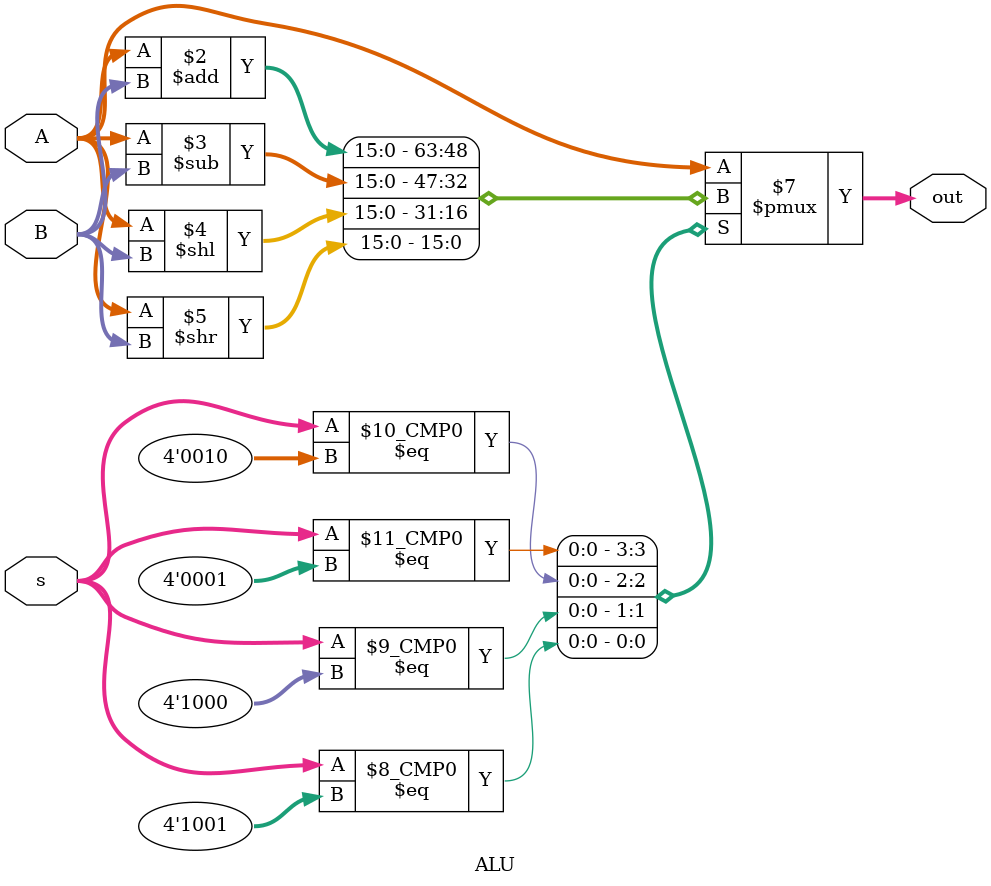
<source format=sv>
`timescale 1ns / 1ps


module ALU(
    input logic [15:0] A, //Rp_data
    input logic [15:0] B, //Rq_data
    input logic [3:0] s, //ALU_s
    output logic [15:0] out //ALU_out
    );
    
    always_comb
    begin
     //   if(~s1 & s0)       out <= (A + B);
     //   else if(s1 & ~s0)  out <= (A - B);
     //   else if(~s1 & ~s0) out <= A;
     //   else
     //       out <= (A << B);
     case(s)
                 4'b0000 : out <= A;             //0
                 4'b0001 : out <= (A + B);       //1 adição
                 4'b0010 : out <= (A - B);       //2 subtração
           //      4'b0011 : out <= mult[15:0];    //3 multiplicação
           //      4'b0100 : out <= ~A;            //4 not
           //      4'b0101 : out <= (A & B);       //5 and
           //      4'b0110 : out <= (A | B);       //6 or
                 4'b1000 : out <= (A << B);      //7 shift-left
                 4'b1001 : out <= (A >> B);      //8 shift-right
                 default : out <= A;
             endcase
         end
    
    
endmodule

</source>
